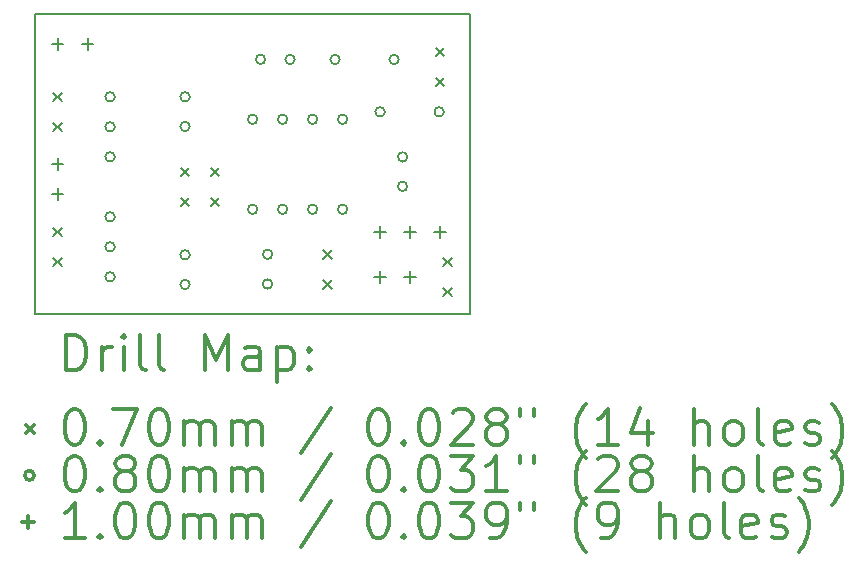
<source format=gbr>
%FSLAX45Y45*%
G04 Gerber Fmt 4.5, Leading zero omitted, Abs format (unit mm)*
G04 Created by KiCad (PCBNEW 4.0.7) date 11/30/17 11:06:02*
%MOMM*%
%LPD*%
G01*
G04 APERTURE LIST*
%ADD10C,0.127000*%
%ADD11C,0.150000*%
%ADD12C,0.200000*%
%ADD13C,0.300000*%
G04 APERTURE END LIST*
D10*
D11*
X16827500Y-10287000D02*
X13144500Y-10287000D01*
X16827500Y-7747000D02*
X13144500Y-7747000D01*
X16827500Y-10287000D02*
X16827500Y-7747000D01*
X13144500Y-10287000D02*
X13144500Y-7747000D01*
D12*
X13300000Y-8410500D02*
X13370000Y-8480500D01*
X13370000Y-8410500D02*
X13300000Y-8480500D01*
X13300000Y-8664500D02*
X13370000Y-8734500D01*
X13370000Y-8664500D02*
X13300000Y-8734500D01*
X13300000Y-9553500D02*
X13370000Y-9623500D01*
X13370000Y-9553500D02*
X13300000Y-9623500D01*
X13300000Y-9807500D02*
X13370000Y-9877500D01*
X13370000Y-9807500D02*
X13300000Y-9877500D01*
X14379500Y-9045500D02*
X14449500Y-9115500D01*
X14449500Y-9045500D02*
X14379500Y-9115500D01*
X14379500Y-9299500D02*
X14449500Y-9369500D01*
X14449500Y-9299500D02*
X14379500Y-9369500D01*
X14633500Y-9045500D02*
X14703500Y-9115500D01*
X14703500Y-9045500D02*
X14633500Y-9115500D01*
X14633500Y-9299500D02*
X14703500Y-9369500D01*
X14703500Y-9299500D02*
X14633500Y-9369500D01*
X15586000Y-9744000D02*
X15656000Y-9814000D01*
X15656000Y-9744000D02*
X15586000Y-9814000D01*
X15586000Y-9998000D02*
X15656000Y-10068000D01*
X15656000Y-9998000D02*
X15586000Y-10068000D01*
X16538500Y-8029500D02*
X16608500Y-8099500D01*
X16608500Y-8029500D02*
X16538500Y-8099500D01*
X16538500Y-8283500D02*
X16608500Y-8353500D01*
X16608500Y-8283500D02*
X16538500Y-8353500D01*
X16602000Y-9807500D02*
X16672000Y-9877500D01*
X16672000Y-9807500D02*
X16602000Y-9877500D01*
X16602000Y-10061500D02*
X16672000Y-10131500D01*
X16672000Y-10061500D02*
X16602000Y-10131500D01*
X13819500Y-8445500D02*
G75*
G03X13819500Y-8445500I-40000J0D01*
G01*
X13819500Y-8699500D02*
G75*
G03X13819500Y-8699500I-40000J0D01*
G01*
X13819500Y-8953500D02*
G75*
G03X13819500Y-8953500I-40000J0D01*
G01*
X13819500Y-9461500D02*
G75*
G03X13819500Y-9461500I-40000J0D01*
G01*
X13819500Y-9715500D02*
G75*
G03X13819500Y-9715500I-40000J0D01*
G01*
X13819500Y-9969500D02*
G75*
G03X13819500Y-9969500I-40000J0D01*
G01*
X14454500Y-8445500D02*
G75*
G03X14454500Y-8445500I-40000J0D01*
G01*
X14454500Y-8695500D02*
G75*
G03X14454500Y-8695500I-40000J0D01*
G01*
X14454500Y-9783000D02*
G75*
G03X14454500Y-9783000I-40000J0D01*
G01*
X14454500Y-10033000D02*
G75*
G03X14454500Y-10033000I-40000J0D01*
G01*
X15026000Y-8636000D02*
G75*
G03X15026000Y-8636000I-40000J0D01*
G01*
X15026000Y-9398000D02*
G75*
G03X15026000Y-9398000I-40000J0D01*
G01*
X15093500Y-8128000D02*
G75*
G03X15093500Y-8128000I-40000J0D01*
G01*
X15153000Y-9779000D02*
G75*
G03X15153000Y-9779000I-40000J0D01*
G01*
X15153000Y-10029000D02*
G75*
G03X15153000Y-10029000I-40000J0D01*
G01*
X15280000Y-8636000D02*
G75*
G03X15280000Y-8636000I-40000J0D01*
G01*
X15280000Y-9398000D02*
G75*
G03X15280000Y-9398000I-40000J0D01*
G01*
X15343500Y-8128000D02*
G75*
G03X15343500Y-8128000I-40000J0D01*
G01*
X15534000Y-8636000D02*
G75*
G03X15534000Y-8636000I-40000J0D01*
G01*
X15534000Y-9398000D02*
G75*
G03X15534000Y-9398000I-40000J0D01*
G01*
X15724500Y-8128000D02*
G75*
G03X15724500Y-8128000I-40000J0D01*
G01*
X15788000Y-8636000D02*
G75*
G03X15788000Y-8636000I-40000J0D01*
G01*
X15788000Y-9398000D02*
G75*
G03X15788000Y-9398000I-40000J0D01*
G01*
X16105500Y-8572500D02*
G75*
G03X16105500Y-8572500I-40000J0D01*
G01*
X16224500Y-8128000D02*
G75*
G03X16224500Y-8128000I-40000J0D01*
G01*
X16296000Y-8953500D02*
G75*
G03X16296000Y-8953500I-40000J0D01*
G01*
X16296000Y-9203500D02*
G75*
G03X16296000Y-9203500I-40000J0D01*
G01*
X16605500Y-8572500D02*
G75*
G03X16605500Y-8572500I-40000J0D01*
G01*
X13335000Y-7951000D02*
X13335000Y-8051000D01*
X13285000Y-8001000D02*
X13385000Y-8001000D01*
X13335000Y-8967000D02*
X13335000Y-9067000D01*
X13285000Y-9017000D02*
X13385000Y-9017000D01*
X13335000Y-9221000D02*
X13335000Y-9321000D01*
X13285000Y-9271000D02*
X13385000Y-9271000D01*
X13589000Y-7951000D02*
X13589000Y-8051000D01*
X13539000Y-8001000D02*
X13639000Y-8001000D01*
X16065500Y-9538500D02*
X16065500Y-9638500D01*
X16015500Y-9588500D02*
X16115500Y-9588500D01*
X16065500Y-9919500D02*
X16065500Y-10019500D01*
X16015500Y-9969500D02*
X16115500Y-9969500D01*
X16319500Y-9538500D02*
X16319500Y-9638500D01*
X16269500Y-9588500D02*
X16369500Y-9588500D01*
X16319500Y-9919500D02*
X16319500Y-10019500D01*
X16269500Y-9969500D02*
X16369500Y-9969500D01*
X16573500Y-9538500D02*
X16573500Y-9638500D01*
X16523500Y-9588500D02*
X16623500Y-9588500D01*
D13*
X13408428Y-10760214D02*
X13408428Y-10460214D01*
X13479857Y-10460214D01*
X13522714Y-10474500D01*
X13551286Y-10503072D01*
X13565571Y-10531643D01*
X13579857Y-10588786D01*
X13579857Y-10631643D01*
X13565571Y-10688786D01*
X13551286Y-10717357D01*
X13522714Y-10745929D01*
X13479857Y-10760214D01*
X13408428Y-10760214D01*
X13708428Y-10760214D02*
X13708428Y-10560214D01*
X13708428Y-10617357D02*
X13722714Y-10588786D01*
X13737000Y-10574500D01*
X13765571Y-10560214D01*
X13794143Y-10560214D01*
X13894143Y-10760214D02*
X13894143Y-10560214D01*
X13894143Y-10460214D02*
X13879857Y-10474500D01*
X13894143Y-10488786D01*
X13908428Y-10474500D01*
X13894143Y-10460214D01*
X13894143Y-10488786D01*
X14079857Y-10760214D02*
X14051286Y-10745929D01*
X14037000Y-10717357D01*
X14037000Y-10460214D01*
X14237000Y-10760214D02*
X14208428Y-10745929D01*
X14194143Y-10717357D01*
X14194143Y-10460214D01*
X14579857Y-10760214D02*
X14579857Y-10460214D01*
X14679857Y-10674500D01*
X14779857Y-10460214D01*
X14779857Y-10760214D01*
X15051286Y-10760214D02*
X15051286Y-10603072D01*
X15037000Y-10574500D01*
X15008428Y-10560214D01*
X14951286Y-10560214D01*
X14922714Y-10574500D01*
X15051286Y-10745929D02*
X15022714Y-10760214D01*
X14951286Y-10760214D01*
X14922714Y-10745929D01*
X14908428Y-10717357D01*
X14908428Y-10688786D01*
X14922714Y-10660214D01*
X14951286Y-10645929D01*
X15022714Y-10645929D01*
X15051286Y-10631643D01*
X15194143Y-10560214D02*
X15194143Y-10860214D01*
X15194143Y-10574500D02*
X15222714Y-10560214D01*
X15279857Y-10560214D01*
X15308428Y-10574500D01*
X15322714Y-10588786D01*
X15337000Y-10617357D01*
X15337000Y-10703072D01*
X15322714Y-10731643D01*
X15308428Y-10745929D01*
X15279857Y-10760214D01*
X15222714Y-10760214D01*
X15194143Y-10745929D01*
X15465571Y-10731643D02*
X15479857Y-10745929D01*
X15465571Y-10760214D01*
X15451286Y-10745929D01*
X15465571Y-10731643D01*
X15465571Y-10760214D01*
X15465571Y-10574500D02*
X15479857Y-10588786D01*
X15465571Y-10603072D01*
X15451286Y-10588786D01*
X15465571Y-10574500D01*
X15465571Y-10603072D01*
X13067000Y-11219500D02*
X13137000Y-11289500D01*
X13137000Y-11219500D02*
X13067000Y-11289500D01*
X13465571Y-11090214D02*
X13494143Y-11090214D01*
X13522714Y-11104500D01*
X13537000Y-11118786D01*
X13551286Y-11147357D01*
X13565571Y-11204500D01*
X13565571Y-11275929D01*
X13551286Y-11333071D01*
X13537000Y-11361643D01*
X13522714Y-11375929D01*
X13494143Y-11390214D01*
X13465571Y-11390214D01*
X13437000Y-11375929D01*
X13422714Y-11361643D01*
X13408428Y-11333071D01*
X13394143Y-11275929D01*
X13394143Y-11204500D01*
X13408428Y-11147357D01*
X13422714Y-11118786D01*
X13437000Y-11104500D01*
X13465571Y-11090214D01*
X13694143Y-11361643D02*
X13708428Y-11375929D01*
X13694143Y-11390214D01*
X13679857Y-11375929D01*
X13694143Y-11361643D01*
X13694143Y-11390214D01*
X13808428Y-11090214D02*
X14008428Y-11090214D01*
X13879857Y-11390214D01*
X14179857Y-11090214D02*
X14208428Y-11090214D01*
X14237000Y-11104500D01*
X14251286Y-11118786D01*
X14265571Y-11147357D01*
X14279857Y-11204500D01*
X14279857Y-11275929D01*
X14265571Y-11333071D01*
X14251286Y-11361643D01*
X14237000Y-11375929D01*
X14208428Y-11390214D01*
X14179857Y-11390214D01*
X14151286Y-11375929D01*
X14137000Y-11361643D01*
X14122714Y-11333071D01*
X14108428Y-11275929D01*
X14108428Y-11204500D01*
X14122714Y-11147357D01*
X14137000Y-11118786D01*
X14151286Y-11104500D01*
X14179857Y-11090214D01*
X14408428Y-11390214D02*
X14408428Y-11190214D01*
X14408428Y-11218786D02*
X14422714Y-11204500D01*
X14451286Y-11190214D01*
X14494143Y-11190214D01*
X14522714Y-11204500D01*
X14537000Y-11233071D01*
X14537000Y-11390214D01*
X14537000Y-11233071D02*
X14551286Y-11204500D01*
X14579857Y-11190214D01*
X14622714Y-11190214D01*
X14651286Y-11204500D01*
X14665571Y-11233071D01*
X14665571Y-11390214D01*
X14808428Y-11390214D02*
X14808428Y-11190214D01*
X14808428Y-11218786D02*
X14822714Y-11204500D01*
X14851286Y-11190214D01*
X14894143Y-11190214D01*
X14922714Y-11204500D01*
X14937000Y-11233071D01*
X14937000Y-11390214D01*
X14937000Y-11233071D02*
X14951286Y-11204500D01*
X14979857Y-11190214D01*
X15022714Y-11190214D01*
X15051286Y-11204500D01*
X15065571Y-11233071D01*
X15065571Y-11390214D01*
X15651286Y-11075929D02*
X15394143Y-11461643D01*
X16037000Y-11090214D02*
X16065571Y-11090214D01*
X16094143Y-11104500D01*
X16108428Y-11118786D01*
X16122714Y-11147357D01*
X16137000Y-11204500D01*
X16137000Y-11275929D01*
X16122714Y-11333071D01*
X16108428Y-11361643D01*
X16094143Y-11375929D01*
X16065571Y-11390214D01*
X16037000Y-11390214D01*
X16008428Y-11375929D01*
X15994143Y-11361643D01*
X15979857Y-11333071D01*
X15965571Y-11275929D01*
X15965571Y-11204500D01*
X15979857Y-11147357D01*
X15994143Y-11118786D01*
X16008428Y-11104500D01*
X16037000Y-11090214D01*
X16265571Y-11361643D02*
X16279857Y-11375929D01*
X16265571Y-11390214D01*
X16251286Y-11375929D01*
X16265571Y-11361643D01*
X16265571Y-11390214D01*
X16465571Y-11090214D02*
X16494143Y-11090214D01*
X16522714Y-11104500D01*
X16537000Y-11118786D01*
X16551285Y-11147357D01*
X16565571Y-11204500D01*
X16565571Y-11275929D01*
X16551285Y-11333071D01*
X16537000Y-11361643D01*
X16522714Y-11375929D01*
X16494143Y-11390214D01*
X16465571Y-11390214D01*
X16437000Y-11375929D01*
X16422714Y-11361643D01*
X16408428Y-11333071D01*
X16394143Y-11275929D01*
X16394143Y-11204500D01*
X16408428Y-11147357D01*
X16422714Y-11118786D01*
X16437000Y-11104500D01*
X16465571Y-11090214D01*
X16679857Y-11118786D02*
X16694143Y-11104500D01*
X16722714Y-11090214D01*
X16794143Y-11090214D01*
X16822714Y-11104500D01*
X16837000Y-11118786D01*
X16851286Y-11147357D01*
X16851286Y-11175929D01*
X16837000Y-11218786D01*
X16665571Y-11390214D01*
X16851286Y-11390214D01*
X17022714Y-11218786D02*
X16994143Y-11204500D01*
X16979857Y-11190214D01*
X16965571Y-11161643D01*
X16965571Y-11147357D01*
X16979857Y-11118786D01*
X16994143Y-11104500D01*
X17022714Y-11090214D01*
X17079857Y-11090214D01*
X17108428Y-11104500D01*
X17122714Y-11118786D01*
X17137000Y-11147357D01*
X17137000Y-11161643D01*
X17122714Y-11190214D01*
X17108428Y-11204500D01*
X17079857Y-11218786D01*
X17022714Y-11218786D01*
X16994143Y-11233071D01*
X16979857Y-11247357D01*
X16965571Y-11275929D01*
X16965571Y-11333071D01*
X16979857Y-11361643D01*
X16994143Y-11375929D01*
X17022714Y-11390214D01*
X17079857Y-11390214D01*
X17108428Y-11375929D01*
X17122714Y-11361643D01*
X17137000Y-11333071D01*
X17137000Y-11275929D01*
X17122714Y-11247357D01*
X17108428Y-11233071D01*
X17079857Y-11218786D01*
X17251286Y-11090214D02*
X17251286Y-11147357D01*
X17365571Y-11090214D02*
X17365571Y-11147357D01*
X17808428Y-11504500D02*
X17794143Y-11490214D01*
X17765571Y-11447357D01*
X17751286Y-11418786D01*
X17737000Y-11375929D01*
X17722714Y-11304500D01*
X17722714Y-11247357D01*
X17737000Y-11175929D01*
X17751286Y-11133072D01*
X17765571Y-11104500D01*
X17794143Y-11061643D01*
X17808428Y-11047357D01*
X18079857Y-11390214D02*
X17908428Y-11390214D01*
X17994143Y-11390214D02*
X17994143Y-11090214D01*
X17965571Y-11133072D01*
X17937000Y-11161643D01*
X17908428Y-11175929D01*
X18337000Y-11190214D02*
X18337000Y-11390214D01*
X18265571Y-11075929D02*
X18194143Y-11290214D01*
X18379857Y-11290214D01*
X18722714Y-11390214D02*
X18722714Y-11090214D01*
X18851286Y-11390214D02*
X18851286Y-11233071D01*
X18837000Y-11204500D01*
X18808428Y-11190214D01*
X18765571Y-11190214D01*
X18737000Y-11204500D01*
X18722714Y-11218786D01*
X19037000Y-11390214D02*
X19008428Y-11375929D01*
X18994143Y-11361643D01*
X18979857Y-11333071D01*
X18979857Y-11247357D01*
X18994143Y-11218786D01*
X19008428Y-11204500D01*
X19037000Y-11190214D01*
X19079857Y-11190214D01*
X19108428Y-11204500D01*
X19122714Y-11218786D01*
X19137000Y-11247357D01*
X19137000Y-11333071D01*
X19122714Y-11361643D01*
X19108428Y-11375929D01*
X19079857Y-11390214D01*
X19037000Y-11390214D01*
X19308428Y-11390214D02*
X19279857Y-11375929D01*
X19265571Y-11347357D01*
X19265571Y-11090214D01*
X19537000Y-11375929D02*
X19508429Y-11390214D01*
X19451286Y-11390214D01*
X19422714Y-11375929D01*
X19408429Y-11347357D01*
X19408429Y-11233071D01*
X19422714Y-11204500D01*
X19451286Y-11190214D01*
X19508429Y-11190214D01*
X19537000Y-11204500D01*
X19551286Y-11233071D01*
X19551286Y-11261643D01*
X19408429Y-11290214D01*
X19665571Y-11375929D02*
X19694143Y-11390214D01*
X19751286Y-11390214D01*
X19779857Y-11375929D01*
X19794143Y-11347357D01*
X19794143Y-11333071D01*
X19779857Y-11304500D01*
X19751286Y-11290214D01*
X19708429Y-11290214D01*
X19679857Y-11275929D01*
X19665571Y-11247357D01*
X19665571Y-11233071D01*
X19679857Y-11204500D01*
X19708429Y-11190214D01*
X19751286Y-11190214D01*
X19779857Y-11204500D01*
X19894143Y-11504500D02*
X19908429Y-11490214D01*
X19937000Y-11447357D01*
X19951286Y-11418786D01*
X19965571Y-11375929D01*
X19979857Y-11304500D01*
X19979857Y-11247357D01*
X19965571Y-11175929D01*
X19951286Y-11133072D01*
X19937000Y-11104500D01*
X19908429Y-11061643D01*
X19894143Y-11047357D01*
X13137000Y-11650500D02*
G75*
G03X13137000Y-11650500I-40000J0D01*
G01*
X13465571Y-11486214D02*
X13494143Y-11486214D01*
X13522714Y-11500500D01*
X13537000Y-11514786D01*
X13551286Y-11543357D01*
X13565571Y-11600500D01*
X13565571Y-11671929D01*
X13551286Y-11729071D01*
X13537000Y-11757643D01*
X13522714Y-11771929D01*
X13494143Y-11786214D01*
X13465571Y-11786214D01*
X13437000Y-11771929D01*
X13422714Y-11757643D01*
X13408428Y-11729071D01*
X13394143Y-11671929D01*
X13394143Y-11600500D01*
X13408428Y-11543357D01*
X13422714Y-11514786D01*
X13437000Y-11500500D01*
X13465571Y-11486214D01*
X13694143Y-11757643D02*
X13708428Y-11771929D01*
X13694143Y-11786214D01*
X13679857Y-11771929D01*
X13694143Y-11757643D01*
X13694143Y-11786214D01*
X13879857Y-11614786D02*
X13851286Y-11600500D01*
X13837000Y-11586214D01*
X13822714Y-11557643D01*
X13822714Y-11543357D01*
X13837000Y-11514786D01*
X13851286Y-11500500D01*
X13879857Y-11486214D01*
X13937000Y-11486214D01*
X13965571Y-11500500D01*
X13979857Y-11514786D01*
X13994143Y-11543357D01*
X13994143Y-11557643D01*
X13979857Y-11586214D01*
X13965571Y-11600500D01*
X13937000Y-11614786D01*
X13879857Y-11614786D01*
X13851286Y-11629071D01*
X13837000Y-11643357D01*
X13822714Y-11671929D01*
X13822714Y-11729071D01*
X13837000Y-11757643D01*
X13851286Y-11771929D01*
X13879857Y-11786214D01*
X13937000Y-11786214D01*
X13965571Y-11771929D01*
X13979857Y-11757643D01*
X13994143Y-11729071D01*
X13994143Y-11671929D01*
X13979857Y-11643357D01*
X13965571Y-11629071D01*
X13937000Y-11614786D01*
X14179857Y-11486214D02*
X14208428Y-11486214D01*
X14237000Y-11500500D01*
X14251286Y-11514786D01*
X14265571Y-11543357D01*
X14279857Y-11600500D01*
X14279857Y-11671929D01*
X14265571Y-11729071D01*
X14251286Y-11757643D01*
X14237000Y-11771929D01*
X14208428Y-11786214D01*
X14179857Y-11786214D01*
X14151286Y-11771929D01*
X14137000Y-11757643D01*
X14122714Y-11729071D01*
X14108428Y-11671929D01*
X14108428Y-11600500D01*
X14122714Y-11543357D01*
X14137000Y-11514786D01*
X14151286Y-11500500D01*
X14179857Y-11486214D01*
X14408428Y-11786214D02*
X14408428Y-11586214D01*
X14408428Y-11614786D02*
X14422714Y-11600500D01*
X14451286Y-11586214D01*
X14494143Y-11586214D01*
X14522714Y-11600500D01*
X14537000Y-11629071D01*
X14537000Y-11786214D01*
X14537000Y-11629071D02*
X14551286Y-11600500D01*
X14579857Y-11586214D01*
X14622714Y-11586214D01*
X14651286Y-11600500D01*
X14665571Y-11629071D01*
X14665571Y-11786214D01*
X14808428Y-11786214D02*
X14808428Y-11586214D01*
X14808428Y-11614786D02*
X14822714Y-11600500D01*
X14851286Y-11586214D01*
X14894143Y-11586214D01*
X14922714Y-11600500D01*
X14937000Y-11629071D01*
X14937000Y-11786214D01*
X14937000Y-11629071D02*
X14951286Y-11600500D01*
X14979857Y-11586214D01*
X15022714Y-11586214D01*
X15051286Y-11600500D01*
X15065571Y-11629071D01*
X15065571Y-11786214D01*
X15651286Y-11471929D02*
X15394143Y-11857643D01*
X16037000Y-11486214D02*
X16065571Y-11486214D01*
X16094143Y-11500500D01*
X16108428Y-11514786D01*
X16122714Y-11543357D01*
X16137000Y-11600500D01*
X16137000Y-11671929D01*
X16122714Y-11729071D01*
X16108428Y-11757643D01*
X16094143Y-11771929D01*
X16065571Y-11786214D01*
X16037000Y-11786214D01*
X16008428Y-11771929D01*
X15994143Y-11757643D01*
X15979857Y-11729071D01*
X15965571Y-11671929D01*
X15965571Y-11600500D01*
X15979857Y-11543357D01*
X15994143Y-11514786D01*
X16008428Y-11500500D01*
X16037000Y-11486214D01*
X16265571Y-11757643D02*
X16279857Y-11771929D01*
X16265571Y-11786214D01*
X16251286Y-11771929D01*
X16265571Y-11757643D01*
X16265571Y-11786214D01*
X16465571Y-11486214D02*
X16494143Y-11486214D01*
X16522714Y-11500500D01*
X16537000Y-11514786D01*
X16551285Y-11543357D01*
X16565571Y-11600500D01*
X16565571Y-11671929D01*
X16551285Y-11729071D01*
X16537000Y-11757643D01*
X16522714Y-11771929D01*
X16494143Y-11786214D01*
X16465571Y-11786214D01*
X16437000Y-11771929D01*
X16422714Y-11757643D01*
X16408428Y-11729071D01*
X16394143Y-11671929D01*
X16394143Y-11600500D01*
X16408428Y-11543357D01*
X16422714Y-11514786D01*
X16437000Y-11500500D01*
X16465571Y-11486214D01*
X16665571Y-11486214D02*
X16851286Y-11486214D01*
X16751285Y-11600500D01*
X16794143Y-11600500D01*
X16822714Y-11614786D01*
X16837000Y-11629071D01*
X16851286Y-11657643D01*
X16851286Y-11729071D01*
X16837000Y-11757643D01*
X16822714Y-11771929D01*
X16794143Y-11786214D01*
X16708428Y-11786214D01*
X16679857Y-11771929D01*
X16665571Y-11757643D01*
X17137000Y-11786214D02*
X16965571Y-11786214D01*
X17051286Y-11786214D02*
X17051286Y-11486214D01*
X17022714Y-11529071D01*
X16994143Y-11557643D01*
X16965571Y-11571929D01*
X17251286Y-11486214D02*
X17251286Y-11543357D01*
X17365571Y-11486214D02*
X17365571Y-11543357D01*
X17808428Y-11900500D02*
X17794143Y-11886214D01*
X17765571Y-11843357D01*
X17751286Y-11814786D01*
X17737000Y-11771929D01*
X17722714Y-11700500D01*
X17722714Y-11643357D01*
X17737000Y-11571929D01*
X17751286Y-11529071D01*
X17765571Y-11500500D01*
X17794143Y-11457643D01*
X17808428Y-11443357D01*
X17908428Y-11514786D02*
X17922714Y-11500500D01*
X17951286Y-11486214D01*
X18022714Y-11486214D01*
X18051286Y-11500500D01*
X18065571Y-11514786D01*
X18079857Y-11543357D01*
X18079857Y-11571929D01*
X18065571Y-11614786D01*
X17894143Y-11786214D01*
X18079857Y-11786214D01*
X18251286Y-11614786D02*
X18222714Y-11600500D01*
X18208428Y-11586214D01*
X18194143Y-11557643D01*
X18194143Y-11543357D01*
X18208428Y-11514786D01*
X18222714Y-11500500D01*
X18251286Y-11486214D01*
X18308428Y-11486214D01*
X18337000Y-11500500D01*
X18351286Y-11514786D01*
X18365571Y-11543357D01*
X18365571Y-11557643D01*
X18351286Y-11586214D01*
X18337000Y-11600500D01*
X18308428Y-11614786D01*
X18251286Y-11614786D01*
X18222714Y-11629071D01*
X18208428Y-11643357D01*
X18194143Y-11671929D01*
X18194143Y-11729071D01*
X18208428Y-11757643D01*
X18222714Y-11771929D01*
X18251286Y-11786214D01*
X18308428Y-11786214D01*
X18337000Y-11771929D01*
X18351286Y-11757643D01*
X18365571Y-11729071D01*
X18365571Y-11671929D01*
X18351286Y-11643357D01*
X18337000Y-11629071D01*
X18308428Y-11614786D01*
X18722714Y-11786214D02*
X18722714Y-11486214D01*
X18851286Y-11786214D02*
X18851286Y-11629071D01*
X18837000Y-11600500D01*
X18808428Y-11586214D01*
X18765571Y-11586214D01*
X18737000Y-11600500D01*
X18722714Y-11614786D01*
X19037000Y-11786214D02*
X19008428Y-11771929D01*
X18994143Y-11757643D01*
X18979857Y-11729071D01*
X18979857Y-11643357D01*
X18994143Y-11614786D01*
X19008428Y-11600500D01*
X19037000Y-11586214D01*
X19079857Y-11586214D01*
X19108428Y-11600500D01*
X19122714Y-11614786D01*
X19137000Y-11643357D01*
X19137000Y-11729071D01*
X19122714Y-11757643D01*
X19108428Y-11771929D01*
X19079857Y-11786214D01*
X19037000Y-11786214D01*
X19308428Y-11786214D02*
X19279857Y-11771929D01*
X19265571Y-11743357D01*
X19265571Y-11486214D01*
X19537000Y-11771929D02*
X19508429Y-11786214D01*
X19451286Y-11786214D01*
X19422714Y-11771929D01*
X19408429Y-11743357D01*
X19408429Y-11629071D01*
X19422714Y-11600500D01*
X19451286Y-11586214D01*
X19508429Y-11586214D01*
X19537000Y-11600500D01*
X19551286Y-11629071D01*
X19551286Y-11657643D01*
X19408429Y-11686214D01*
X19665571Y-11771929D02*
X19694143Y-11786214D01*
X19751286Y-11786214D01*
X19779857Y-11771929D01*
X19794143Y-11743357D01*
X19794143Y-11729071D01*
X19779857Y-11700500D01*
X19751286Y-11686214D01*
X19708429Y-11686214D01*
X19679857Y-11671929D01*
X19665571Y-11643357D01*
X19665571Y-11629071D01*
X19679857Y-11600500D01*
X19708429Y-11586214D01*
X19751286Y-11586214D01*
X19779857Y-11600500D01*
X19894143Y-11900500D02*
X19908429Y-11886214D01*
X19937000Y-11843357D01*
X19951286Y-11814786D01*
X19965571Y-11771929D01*
X19979857Y-11700500D01*
X19979857Y-11643357D01*
X19965571Y-11571929D01*
X19951286Y-11529071D01*
X19937000Y-11500500D01*
X19908429Y-11457643D01*
X19894143Y-11443357D01*
X13087000Y-11996500D02*
X13087000Y-12096500D01*
X13037000Y-12046500D02*
X13137000Y-12046500D01*
X13565571Y-12182214D02*
X13394143Y-12182214D01*
X13479857Y-12182214D02*
X13479857Y-11882214D01*
X13451286Y-11925071D01*
X13422714Y-11953643D01*
X13394143Y-11967929D01*
X13694143Y-12153643D02*
X13708428Y-12167929D01*
X13694143Y-12182214D01*
X13679857Y-12167929D01*
X13694143Y-12153643D01*
X13694143Y-12182214D01*
X13894143Y-11882214D02*
X13922714Y-11882214D01*
X13951286Y-11896500D01*
X13965571Y-11910786D01*
X13979857Y-11939357D01*
X13994143Y-11996500D01*
X13994143Y-12067929D01*
X13979857Y-12125071D01*
X13965571Y-12153643D01*
X13951286Y-12167929D01*
X13922714Y-12182214D01*
X13894143Y-12182214D01*
X13865571Y-12167929D01*
X13851286Y-12153643D01*
X13837000Y-12125071D01*
X13822714Y-12067929D01*
X13822714Y-11996500D01*
X13837000Y-11939357D01*
X13851286Y-11910786D01*
X13865571Y-11896500D01*
X13894143Y-11882214D01*
X14179857Y-11882214D02*
X14208428Y-11882214D01*
X14237000Y-11896500D01*
X14251286Y-11910786D01*
X14265571Y-11939357D01*
X14279857Y-11996500D01*
X14279857Y-12067929D01*
X14265571Y-12125071D01*
X14251286Y-12153643D01*
X14237000Y-12167929D01*
X14208428Y-12182214D01*
X14179857Y-12182214D01*
X14151286Y-12167929D01*
X14137000Y-12153643D01*
X14122714Y-12125071D01*
X14108428Y-12067929D01*
X14108428Y-11996500D01*
X14122714Y-11939357D01*
X14137000Y-11910786D01*
X14151286Y-11896500D01*
X14179857Y-11882214D01*
X14408428Y-12182214D02*
X14408428Y-11982214D01*
X14408428Y-12010786D02*
X14422714Y-11996500D01*
X14451286Y-11982214D01*
X14494143Y-11982214D01*
X14522714Y-11996500D01*
X14537000Y-12025071D01*
X14537000Y-12182214D01*
X14537000Y-12025071D02*
X14551286Y-11996500D01*
X14579857Y-11982214D01*
X14622714Y-11982214D01*
X14651286Y-11996500D01*
X14665571Y-12025071D01*
X14665571Y-12182214D01*
X14808428Y-12182214D02*
X14808428Y-11982214D01*
X14808428Y-12010786D02*
X14822714Y-11996500D01*
X14851286Y-11982214D01*
X14894143Y-11982214D01*
X14922714Y-11996500D01*
X14937000Y-12025071D01*
X14937000Y-12182214D01*
X14937000Y-12025071D02*
X14951286Y-11996500D01*
X14979857Y-11982214D01*
X15022714Y-11982214D01*
X15051286Y-11996500D01*
X15065571Y-12025071D01*
X15065571Y-12182214D01*
X15651286Y-11867929D02*
X15394143Y-12253643D01*
X16037000Y-11882214D02*
X16065571Y-11882214D01*
X16094143Y-11896500D01*
X16108428Y-11910786D01*
X16122714Y-11939357D01*
X16137000Y-11996500D01*
X16137000Y-12067929D01*
X16122714Y-12125071D01*
X16108428Y-12153643D01*
X16094143Y-12167929D01*
X16065571Y-12182214D01*
X16037000Y-12182214D01*
X16008428Y-12167929D01*
X15994143Y-12153643D01*
X15979857Y-12125071D01*
X15965571Y-12067929D01*
X15965571Y-11996500D01*
X15979857Y-11939357D01*
X15994143Y-11910786D01*
X16008428Y-11896500D01*
X16037000Y-11882214D01*
X16265571Y-12153643D02*
X16279857Y-12167929D01*
X16265571Y-12182214D01*
X16251286Y-12167929D01*
X16265571Y-12153643D01*
X16265571Y-12182214D01*
X16465571Y-11882214D02*
X16494143Y-11882214D01*
X16522714Y-11896500D01*
X16537000Y-11910786D01*
X16551285Y-11939357D01*
X16565571Y-11996500D01*
X16565571Y-12067929D01*
X16551285Y-12125071D01*
X16537000Y-12153643D01*
X16522714Y-12167929D01*
X16494143Y-12182214D01*
X16465571Y-12182214D01*
X16437000Y-12167929D01*
X16422714Y-12153643D01*
X16408428Y-12125071D01*
X16394143Y-12067929D01*
X16394143Y-11996500D01*
X16408428Y-11939357D01*
X16422714Y-11910786D01*
X16437000Y-11896500D01*
X16465571Y-11882214D01*
X16665571Y-11882214D02*
X16851286Y-11882214D01*
X16751285Y-11996500D01*
X16794143Y-11996500D01*
X16822714Y-12010786D01*
X16837000Y-12025071D01*
X16851286Y-12053643D01*
X16851286Y-12125071D01*
X16837000Y-12153643D01*
X16822714Y-12167929D01*
X16794143Y-12182214D01*
X16708428Y-12182214D01*
X16679857Y-12167929D01*
X16665571Y-12153643D01*
X16994143Y-12182214D02*
X17051286Y-12182214D01*
X17079857Y-12167929D01*
X17094143Y-12153643D01*
X17122714Y-12110786D01*
X17137000Y-12053643D01*
X17137000Y-11939357D01*
X17122714Y-11910786D01*
X17108428Y-11896500D01*
X17079857Y-11882214D01*
X17022714Y-11882214D01*
X16994143Y-11896500D01*
X16979857Y-11910786D01*
X16965571Y-11939357D01*
X16965571Y-12010786D01*
X16979857Y-12039357D01*
X16994143Y-12053643D01*
X17022714Y-12067929D01*
X17079857Y-12067929D01*
X17108428Y-12053643D01*
X17122714Y-12039357D01*
X17137000Y-12010786D01*
X17251286Y-11882214D02*
X17251286Y-11939357D01*
X17365571Y-11882214D02*
X17365571Y-11939357D01*
X17808428Y-12296500D02*
X17794143Y-12282214D01*
X17765571Y-12239357D01*
X17751286Y-12210786D01*
X17737000Y-12167929D01*
X17722714Y-12096500D01*
X17722714Y-12039357D01*
X17737000Y-11967929D01*
X17751286Y-11925071D01*
X17765571Y-11896500D01*
X17794143Y-11853643D01*
X17808428Y-11839357D01*
X17937000Y-12182214D02*
X17994143Y-12182214D01*
X18022714Y-12167929D01*
X18037000Y-12153643D01*
X18065571Y-12110786D01*
X18079857Y-12053643D01*
X18079857Y-11939357D01*
X18065571Y-11910786D01*
X18051286Y-11896500D01*
X18022714Y-11882214D01*
X17965571Y-11882214D01*
X17937000Y-11896500D01*
X17922714Y-11910786D01*
X17908428Y-11939357D01*
X17908428Y-12010786D01*
X17922714Y-12039357D01*
X17937000Y-12053643D01*
X17965571Y-12067929D01*
X18022714Y-12067929D01*
X18051286Y-12053643D01*
X18065571Y-12039357D01*
X18079857Y-12010786D01*
X18437000Y-12182214D02*
X18437000Y-11882214D01*
X18565571Y-12182214D02*
X18565571Y-12025071D01*
X18551286Y-11996500D01*
X18522714Y-11982214D01*
X18479857Y-11982214D01*
X18451286Y-11996500D01*
X18437000Y-12010786D01*
X18751286Y-12182214D02*
X18722714Y-12167929D01*
X18708428Y-12153643D01*
X18694143Y-12125071D01*
X18694143Y-12039357D01*
X18708428Y-12010786D01*
X18722714Y-11996500D01*
X18751286Y-11982214D01*
X18794143Y-11982214D01*
X18822714Y-11996500D01*
X18837000Y-12010786D01*
X18851286Y-12039357D01*
X18851286Y-12125071D01*
X18837000Y-12153643D01*
X18822714Y-12167929D01*
X18794143Y-12182214D01*
X18751286Y-12182214D01*
X19022714Y-12182214D02*
X18994143Y-12167929D01*
X18979857Y-12139357D01*
X18979857Y-11882214D01*
X19251286Y-12167929D02*
X19222714Y-12182214D01*
X19165571Y-12182214D01*
X19137000Y-12167929D01*
X19122714Y-12139357D01*
X19122714Y-12025071D01*
X19137000Y-11996500D01*
X19165571Y-11982214D01*
X19222714Y-11982214D01*
X19251286Y-11996500D01*
X19265571Y-12025071D01*
X19265571Y-12053643D01*
X19122714Y-12082214D01*
X19379857Y-12167929D02*
X19408429Y-12182214D01*
X19465571Y-12182214D01*
X19494143Y-12167929D01*
X19508429Y-12139357D01*
X19508429Y-12125071D01*
X19494143Y-12096500D01*
X19465571Y-12082214D01*
X19422714Y-12082214D01*
X19394143Y-12067929D01*
X19379857Y-12039357D01*
X19379857Y-12025071D01*
X19394143Y-11996500D01*
X19422714Y-11982214D01*
X19465571Y-11982214D01*
X19494143Y-11996500D01*
X19608428Y-12296500D02*
X19622714Y-12282214D01*
X19651286Y-12239357D01*
X19665571Y-12210786D01*
X19679857Y-12167929D01*
X19694143Y-12096500D01*
X19694143Y-12039357D01*
X19679857Y-11967929D01*
X19665571Y-11925071D01*
X19651286Y-11896500D01*
X19622714Y-11853643D01*
X19608428Y-11839357D01*
M02*

</source>
